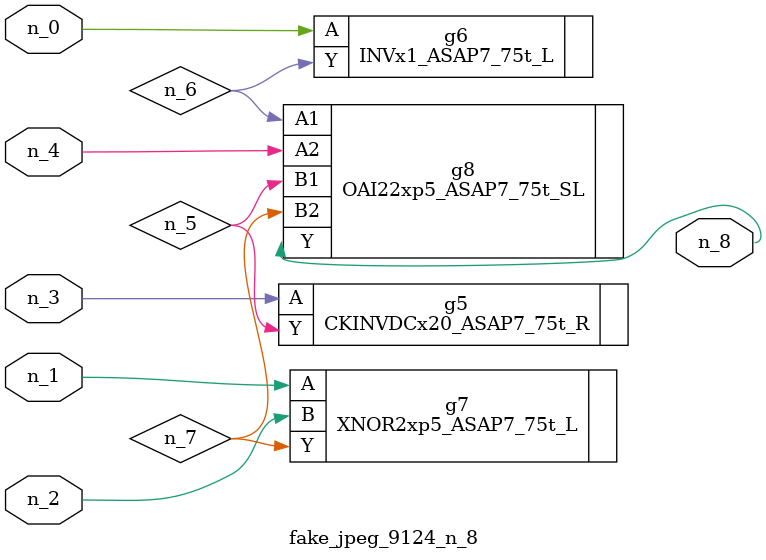
<source format=v>
module fake_jpeg_9124_n_8 (n_3, n_2, n_1, n_0, n_4, n_8);

input n_3;
input n_2;
input n_1;
input n_0;
input n_4;

output n_8;

wire n_6;
wire n_5;
wire n_7;

CKINVDCx20_ASAP7_75t_R g5 ( 
.A(n_3),
.Y(n_5)
);

INVx1_ASAP7_75t_L g6 ( 
.A(n_0),
.Y(n_6)
);

XNOR2xp5_ASAP7_75t_L g7 ( 
.A(n_1),
.B(n_2),
.Y(n_7)
);

OAI22xp5_ASAP7_75t_SL g8 ( 
.A1(n_6),
.A2(n_4),
.B1(n_5),
.B2(n_7),
.Y(n_8)
);


endmodule
</source>
